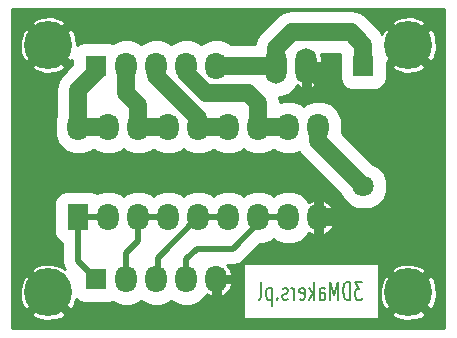
<source format=gbl>
G04 (created by PCBNEW-RS274X (2011-07-08 BZR 3044)-stable) date 2012-09-13 22:13:04*
G01*
G70*
G90*
%MOIN*%
G04 Gerber Fmt 3.4, Leading zero omitted, Abs format*
%FSLAX34Y34*%
G04 APERTURE LIST*
%ADD10C,0.006000*%
%ADD11C,0.007900*%
%ADD12C,0.160000*%
%ADD13O,0.070900X0.118700*%
%ADD14R,0.070900X0.070900*%
%ADD15O,0.070900X0.090000*%
%ADD16C,0.070900*%
%ADD17R,0.070000X0.070000*%
%ADD18R,0.070900X0.090000*%
%ADD19C,0.059100*%
%ADD20C,0.019700*%
%ADD21C,0.010000*%
G04 APERTURE END LIST*
G54D10*
G54D11*
X26216Y-33898D02*
X25972Y-33898D01*
X26103Y-34123D01*
X26047Y-34123D01*
X26009Y-34151D01*
X25991Y-34179D01*
X25972Y-34235D01*
X25972Y-34376D01*
X25991Y-34432D01*
X26009Y-34461D01*
X26047Y-34489D01*
X26159Y-34489D01*
X26197Y-34461D01*
X26216Y-34432D01*
X25803Y-34489D02*
X25803Y-33898D01*
X25709Y-33898D01*
X25653Y-33926D01*
X25616Y-33982D01*
X25597Y-34038D01*
X25578Y-34151D01*
X25578Y-34235D01*
X25597Y-34348D01*
X25616Y-34404D01*
X25653Y-34461D01*
X25709Y-34489D01*
X25803Y-34489D01*
X25409Y-34489D02*
X25409Y-33898D01*
X25278Y-34320D01*
X25147Y-33898D01*
X25147Y-34489D01*
X24790Y-34489D02*
X24790Y-34179D01*
X24809Y-34123D01*
X24847Y-34095D01*
X24922Y-34095D01*
X24959Y-34123D01*
X24790Y-34461D02*
X24828Y-34489D01*
X24922Y-34489D01*
X24959Y-34461D01*
X24978Y-34404D01*
X24978Y-34348D01*
X24959Y-34292D01*
X24922Y-34264D01*
X24828Y-34264D01*
X24790Y-34235D01*
X24603Y-34489D02*
X24603Y-33898D01*
X24566Y-34264D02*
X24453Y-34489D01*
X24453Y-34095D02*
X24603Y-34320D01*
X24134Y-34461D02*
X24172Y-34489D01*
X24247Y-34489D01*
X24284Y-34461D01*
X24303Y-34404D01*
X24303Y-34179D01*
X24284Y-34123D01*
X24247Y-34095D01*
X24172Y-34095D01*
X24134Y-34123D01*
X24115Y-34179D01*
X24115Y-34235D01*
X24303Y-34292D01*
X23946Y-34489D02*
X23946Y-34095D01*
X23946Y-34207D02*
X23927Y-34151D01*
X23909Y-34123D01*
X23871Y-34095D01*
X23834Y-34095D01*
X23721Y-34461D02*
X23683Y-34489D01*
X23608Y-34489D01*
X23571Y-34461D01*
X23552Y-34404D01*
X23552Y-34376D01*
X23571Y-34320D01*
X23608Y-34292D01*
X23665Y-34292D01*
X23702Y-34264D01*
X23721Y-34207D01*
X23721Y-34179D01*
X23702Y-34123D01*
X23665Y-34095D01*
X23608Y-34095D01*
X23571Y-34123D01*
X23383Y-34432D02*
X23364Y-34461D01*
X23383Y-34489D01*
X23402Y-34461D01*
X23383Y-34432D01*
X23383Y-34489D01*
X23195Y-34095D02*
X23195Y-34686D01*
X23195Y-34123D02*
X23158Y-34095D01*
X23083Y-34095D01*
X23045Y-34123D01*
X23026Y-34151D01*
X23008Y-34207D01*
X23008Y-34376D01*
X23026Y-34432D01*
X23045Y-34461D01*
X23083Y-34489D01*
X23158Y-34489D01*
X23195Y-34461D01*
X22783Y-34489D02*
X22820Y-34461D01*
X22839Y-34404D01*
X22839Y-33898D01*
G54D12*
X15750Y-26000D03*
X27750Y-26000D03*
X27750Y-34250D03*
X15750Y-34250D03*
G54D13*
X23350Y-26700D03*
X24350Y-26700D03*
G54D14*
X17350Y-33800D03*
G54D15*
X18350Y-33800D03*
X19350Y-33800D03*
X20350Y-33800D03*
X21350Y-33800D03*
G54D14*
X17350Y-26700D03*
G54D15*
X18350Y-26700D03*
X19350Y-26700D03*
X20350Y-26700D03*
X21350Y-26700D03*
G54D16*
X26250Y-30700D03*
G54D17*
X26250Y-26700D03*
G54D18*
X16750Y-31750D03*
G54D15*
X17750Y-31750D03*
X18750Y-31750D03*
X19750Y-31750D03*
X20750Y-31750D03*
X21750Y-31750D03*
X22750Y-31750D03*
X23750Y-31750D03*
X24750Y-31750D03*
X24750Y-28750D03*
X23750Y-28750D03*
X22750Y-28750D03*
X21750Y-28750D03*
X20750Y-28750D03*
X19750Y-28750D03*
X18750Y-28750D03*
X17750Y-28750D03*
X16750Y-28750D03*
G54D19*
X27400Y-29700D02*
X24400Y-26700D01*
X27400Y-31600D02*
X27400Y-29700D01*
X27250Y-31750D02*
X27400Y-31600D01*
X24750Y-31750D02*
X27250Y-31750D01*
X24400Y-26700D02*
X24350Y-26700D01*
X24750Y-29200D02*
X26250Y-30700D01*
X24750Y-28750D02*
X24750Y-29200D01*
G54D20*
X22750Y-31750D02*
X22750Y-31950D01*
X20350Y-33150D02*
X20350Y-33800D01*
X20700Y-32800D02*
X20350Y-33150D01*
X21900Y-32800D02*
X20700Y-32800D01*
X22750Y-31950D02*
X21900Y-32800D01*
X22750Y-31750D02*
X23750Y-31750D01*
X16750Y-31750D02*
X16750Y-33200D01*
X16750Y-33200D02*
X17350Y-33800D01*
X16750Y-31750D02*
X17750Y-31750D01*
X19400Y-33750D02*
X19350Y-33800D01*
X19400Y-33100D02*
X19400Y-33750D01*
X20750Y-31750D02*
X21750Y-31750D01*
X20750Y-31750D02*
X19400Y-33100D01*
X18750Y-32550D02*
X18350Y-32950D01*
X18750Y-31750D02*
X19750Y-31750D01*
X18750Y-31750D02*
X18750Y-32550D01*
X18350Y-32950D02*
X18350Y-33800D01*
G54D19*
X20350Y-26700D02*
X20350Y-26950D01*
X22750Y-27950D02*
X22750Y-28750D01*
X22400Y-27600D02*
X22750Y-27950D01*
X21000Y-27600D02*
X22400Y-27600D01*
X20350Y-26950D02*
X21000Y-27600D01*
X23750Y-28750D02*
X22750Y-28750D01*
X20750Y-28750D02*
X21750Y-28750D01*
X20750Y-28750D02*
X20750Y-28450D01*
X19350Y-27050D02*
X19350Y-26700D01*
X20750Y-28450D02*
X19350Y-27050D01*
X18750Y-28000D02*
X18350Y-27600D01*
X18750Y-28750D02*
X19750Y-28750D01*
X18750Y-28750D02*
X18750Y-28000D01*
X18350Y-27600D02*
X18350Y-26700D01*
X17350Y-26900D02*
X17350Y-26700D01*
X16750Y-27500D02*
X17350Y-26900D01*
X16750Y-28750D02*
X17750Y-28750D01*
X16750Y-28750D02*
X16750Y-27500D01*
X25840Y-25580D02*
X26250Y-25990D01*
X23860Y-25580D02*
X25840Y-25580D01*
X23350Y-26090D02*
X23860Y-25580D01*
X21350Y-26700D02*
X23350Y-26700D01*
X23350Y-26700D02*
X23350Y-26090D01*
X26250Y-25990D02*
X26250Y-26700D01*
G54D10*
G36*
X28950Y-35450D02*
X28710Y-35450D01*
X28710Y-34370D01*
X28710Y-26120D01*
X28683Y-25744D01*
X28591Y-25521D01*
X28475Y-25426D01*
X28324Y-25577D01*
X28324Y-25275D01*
X28229Y-25159D01*
X27870Y-25040D01*
X27494Y-25067D01*
X27271Y-25159D01*
X27176Y-25275D01*
X27750Y-25849D01*
X28324Y-25275D01*
X28324Y-25577D01*
X27901Y-26000D01*
X28475Y-26574D01*
X28591Y-26479D01*
X28710Y-26120D01*
X28710Y-34370D01*
X28683Y-33994D01*
X28591Y-33771D01*
X28475Y-33676D01*
X28324Y-33827D01*
X28324Y-33525D01*
X28324Y-26725D01*
X27750Y-26151D01*
X27599Y-26302D01*
X27599Y-26000D01*
X27025Y-25426D01*
X26909Y-25521D01*
X26875Y-25621D01*
X26773Y-25467D01*
X26770Y-25465D01*
X26363Y-25057D01*
X26123Y-24897D01*
X25840Y-24840D01*
X25835Y-24841D01*
X23860Y-24841D01*
X23577Y-24897D01*
X23337Y-25057D01*
X23335Y-25059D01*
X22827Y-25567D01*
X22667Y-25807D01*
X22635Y-25961D01*
X21831Y-25961D01*
X21794Y-25924D01*
X21506Y-25804D01*
X21195Y-25804D01*
X20907Y-25923D01*
X20850Y-25980D01*
X20794Y-25924D01*
X20506Y-25804D01*
X20195Y-25804D01*
X19907Y-25923D01*
X19850Y-25980D01*
X19794Y-25924D01*
X19506Y-25804D01*
X19195Y-25804D01*
X18907Y-25923D01*
X18850Y-25980D01*
X18794Y-25924D01*
X18506Y-25804D01*
X18195Y-25804D01*
X17907Y-25923D01*
X17887Y-25942D01*
X17792Y-25903D01*
X17616Y-25903D01*
X16908Y-25903D01*
X16745Y-25970D01*
X16702Y-26013D01*
X16683Y-25744D01*
X16591Y-25521D01*
X16475Y-25426D01*
X16324Y-25577D01*
X16324Y-25275D01*
X16229Y-25159D01*
X15870Y-25040D01*
X15494Y-25067D01*
X15271Y-25159D01*
X15176Y-25275D01*
X15750Y-25849D01*
X16324Y-25275D01*
X16324Y-25577D01*
X15901Y-26000D01*
X16475Y-26574D01*
X16553Y-26510D01*
X16553Y-26651D01*
X16324Y-26880D01*
X16324Y-26725D01*
X15750Y-26151D01*
X15599Y-26302D01*
X15599Y-26000D01*
X15025Y-25426D01*
X14909Y-25521D01*
X14790Y-25880D01*
X14817Y-26256D01*
X14909Y-26479D01*
X15025Y-26574D01*
X15599Y-26000D01*
X15599Y-26302D01*
X15176Y-26725D01*
X15271Y-26841D01*
X15630Y-26960D01*
X16006Y-26933D01*
X16229Y-26841D01*
X16324Y-26725D01*
X16324Y-26880D01*
X16227Y-26977D01*
X16067Y-27217D01*
X16010Y-27500D01*
X16011Y-27504D01*
X16011Y-28375D01*
X15967Y-28481D01*
X15967Y-28792D01*
X15967Y-29018D01*
X16086Y-29306D01*
X16306Y-29526D01*
X16594Y-29646D01*
X16905Y-29646D01*
X17193Y-29527D01*
X17231Y-29489D01*
X17269Y-29489D01*
X17306Y-29526D01*
X17594Y-29646D01*
X17905Y-29646D01*
X18193Y-29527D01*
X18250Y-29470D01*
X18306Y-29526D01*
X18594Y-29646D01*
X18905Y-29646D01*
X19193Y-29527D01*
X19231Y-29489D01*
X19269Y-29489D01*
X19306Y-29526D01*
X19594Y-29646D01*
X19905Y-29646D01*
X20193Y-29527D01*
X20250Y-29470D01*
X20306Y-29526D01*
X20594Y-29646D01*
X20905Y-29646D01*
X21193Y-29527D01*
X21231Y-29489D01*
X21269Y-29489D01*
X21306Y-29526D01*
X21594Y-29646D01*
X21905Y-29646D01*
X22193Y-29527D01*
X22250Y-29470D01*
X22306Y-29526D01*
X22594Y-29646D01*
X22905Y-29646D01*
X23193Y-29527D01*
X23231Y-29489D01*
X23269Y-29489D01*
X23306Y-29526D01*
X23594Y-29646D01*
X23905Y-29646D01*
X24117Y-29558D01*
X24227Y-29723D01*
X25514Y-31009D01*
X25573Y-31151D01*
X25797Y-31376D01*
X26091Y-31498D01*
X26408Y-31498D01*
X26701Y-31377D01*
X26926Y-31153D01*
X27048Y-30859D01*
X27048Y-30542D01*
X26927Y-30249D01*
X26703Y-30024D01*
X26559Y-29964D01*
X25533Y-28937D01*
X25533Y-28708D01*
X25533Y-28482D01*
X25414Y-28194D01*
X25194Y-27974D01*
X24906Y-27854D01*
X24872Y-27854D01*
X24872Y-26951D01*
X24872Y-26807D01*
X24457Y-26807D01*
X24457Y-27406D01*
X24535Y-27426D01*
X24711Y-27317D01*
X24828Y-27150D01*
X24872Y-26951D01*
X24872Y-27854D01*
X24595Y-27854D01*
X24307Y-27973D01*
X24250Y-28030D01*
X24194Y-27974D01*
X23906Y-27854D01*
X23595Y-27854D01*
X23479Y-27901D01*
X23477Y-27893D01*
X23447Y-27742D01*
X23505Y-27742D01*
X23793Y-27623D01*
X24013Y-27403D01*
X24036Y-27346D01*
X24165Y-27426D01*
X24243Y-27406D01*
X24243Y-26857D01*
X24243Y-26807D01*
X24243Y-26593D01*
X24457Y-26593D01*
X24507Y-26593D01*
X24872Y-26593D01*
X24872Y-26449D01*
X24843Y-26319D01*
X25457Y-26319D01*
X25457Y-26438D01*
X25457Y-27138D01*
X25524Y-27301D01*
X25649Y-27425D01*
X25812Y-27493D01*
X25988Y-27493D01*
X26688Y-27493D01*
X26851Y-27426D01*
X26975Y-27301D01*
X27043Y-27138D01*
X27043Y-26962D01*
X27043Y-26556D01*
X27599Y-26000D01*
X27599Y-26302D01*
X27176Y-26725D01*
X27271Y-26841D01*
X27630Y-26960D01*
X28006Y-26933D01*
X28229Y-26841D01*
X28324Y-26725D01*
X28324Y-33525D01*
X28229Y-33409D01*
X27870Y-33290D01*
X27494Y-33317D01*
X27271Y-33409D01*
X27176Y-33525D01*
X27750Y-34099D01*
X28324Y-33525D01*
X28324Y-33827D01*
X27901Y-34250D01*
X28475Y-34824D01*
X28591Y-34729D01*
X28710Y-34370D01*
X28710Y-35450D01*
X28324Y-35450D01*
X28324Y-34975D01*
X27750Y-34401D01*
X27599Y-34552D01*
X27599Y-34250D01*
X27025Y-33676D01*
X26909Y-33771D01*
X26790Y-34130D01*
X26817Y-34506D01*
X26909Y-34729D01*
X27025Y-34824D01*
X27599Y-34250D01*
X27599Y-34552D01*
X27176Y-34975D01*
X27271Y-35091D01*
X27630Y-35210D01*
X28006Y-35183D01*
X28229Y-35091D01*
X28324Y-34975D01*
X28324Y-35450D01*
X26756Y-35450D01*
X26756Y-35147D01*
X26756Y-33275D01*
X25265Y-33275D01*
X25265Y-31939D01*
X25265Y-31561D01*
X25190Y-31371D01*
X25048Y-31224D01*
X24935Y-31167D01*
X24857Y-31187D01*
X24857Y-31643D01*
X25231Y-31643D01*
X25265Y-31561D01*
X25265Y-31939D01*
X25231Y-31857D01*
X24857Y-31857D01*
X24857Y-32313D01*
X24935Y-32333D01*
X25048Y-32276D01*
X25190Y-32129D01*
X25265Y-31939D01*
X25265Y-33275D01*
X24643Y-33275D01*
X24643Y-32313D01*
X24643Y-31907D01*
X24643Y-31857D01*
X24643Y-31643D01*
X24643Y-31593D01*
X24643Y-31187D01*
X24565Y-31167D01*
X24452Y-31224D01*
X24434Y-31242D01*
X24414Y-31194D01*
X24194Y-30974D01*
X23906Y-30854D01*
X23595Y-30854D01*
X23307Y-30973D01*
X23250Y-31030D01*
X23194Y-30974D01*
X22906Y-30854D01*
X22595Y-30854D01*
X22307Y-30973D01*
X22250Y-31030D01*
X22194Y-30974D01*
X21906Y-30854D01*
X21595Y-30854D01*
X21307Y-30973D01*
X21250Y-31030D01*
X21194Y-30974D01*
X20906Y-30854D01*
X20595Y-30854D01*
X20307Y-30973D01*
X20250Y-31030D01*
X20194Y-30974D01*
X19906Y-30854D01*
X19595Y-30854D01*
X19307Y-30973D01*
X19250Y-31030D01*
X19194Y-30974D01*
X18906Y-30854D01*
X18595Y-30854D01*
X18307Y-30973D01*
X18250Y-31030D01*
X18194Y-30974D01*
X17906Y-30854D01*
X17595Y-30854D01*
X17375Y-30944D01*
X17355Y-30925D01*
X17192Y-30857D01*
X17016Y-30857D01*
X16308Y-30857D01*
X16145Y-30924D01*
X16021Y-31049D01*
X15953Y-31212D01*
X15953Y-31388D01*
X15953Y-32288D01*
X16020Y-32451D01*
X16145Y-32575D01*
X16208Y-32601D01*
X16208Y-33200D01*
X16249Y-33408D01*
X16297Y-33479D01*
X16291Y-33485D01*
X16229Y-33409D01*
X15870Y-33290D01*
X15494Y-33317D01*
X15271Y-33409D01*
X15176Y-33525D01*
X15750Y-34099D01*
X15750Y-34098D01*
X15901Y-34249D01*
X15901Y-34250D01*
X16475Y-34824D01*
X16591Y-34729D01*
X16678Y-34463D01*
X16745Y-34529D01*
X16908Y-34597D01*
X17084Y-34597D01*
X17792Y-34597D01*
X17887Y-34557D01*
X17906Y-34576D01*
X18194Y-34696D01*
X18505Y-34696D01*
X18793Y-34577D01*
X18850Y-34520D01*
X18906Y-34576D01*
X19194Y-34696D01*
X19505Y-34696D01*
X19793Y-34577D01*
X19850Y-34520D01*
X19906Y-34576D01*
X20194Y-34696D01*
X20505Y-34696D01*
X20793Y-34577D01*
X21013Y-34357D01*
X21033Y-34307D01*
X21052Y-34326D01*
X21165Y-34383D01*
X21243Y-34363D01*
X21243Y-33957D01*
X21243Y-33907D01*
X21243Y-33693D01*
X21457Y-33693D01*
X21507Y-33693D01*
X21831Y-33693D01*
X21865Y-33611D01*
X21790Y-33421D01*
X21713Y-33342D01*
X21900Y-33342D01*
X22107Y-33301D01*
X22108Y-33301D01*
X22283Y-33183D01*
X22820Y-32646D01*
X22905Y-32646D01*
X23193Y-32527D01*
X23250Y-32470D01*
X23306Y-32526D01*
X23594Y-32646D01*
X23905Y-32646D01*
X24193Y-32527D01*
X24413Y-32307D01*
X24433Y-32257D01*
X24452Y-32276D01*
X24565Y-32333D01*
X24643Y-32313D01*
X24643Y-33275D01*
X22245Y-33275D01*
X22245Y-35147D01*
X26756Y-35147D01*
X26756Y-35450D01*
X21865Y-35450D01*
X21865Y-33989D01*
X21831Y-33907D01*
X21457Y-33907D01*
X21457Y-34363D01*
X21535Y-34383D01*
X21648Y-34326D01*
X21790Y-34179D01*
X21865Y-33989D01*
X21865Y-35450D01*
X16324Y-35450D01*
X16324Y-34975D01*
X15750Y-34401D01*
X15599Y-34552D01*
X15599Y-34250D01*
X15025Y-33676D01*
X14909Y-33771D01*
X14790Y-34130D01*
X14817Y-34506D01*
X14909Y-34729D01*
X15025Y-34824D01*
X15599Y-34250D01*
X15599Y-34552D01*
X15176Y-34975D01*
X15271Y-35091D01*
X15630Y-35210D01*
X16006Y-35183D01*
X16229Y-35091D01*
X16324Y-34975D01*
X16324Y-35450D01*
X14550Y-35450D01*
X14550Y-24800D01*
X28950Y-24800D01*
X28950Y-35450D01*
X28950Y-35450D01*
G37*
G54D21*
X28950Y-35450D02*
X28710Y-35450D01*
X28710Y-34370D01*
X28710Y-26120D01*
X28683Y-25744D01*
X28591Y-25521D01*
X28475Y-25426D01*
X28324Y-25577D01*
X28324Y-25275D01*
X28229Y-25159D01*
X27870Y-25040D01*
X27494Y-25067D01*
X27271Y-25159D01*
X27176Y-25275D01*
X27750Y-25849D01*
X28324Y-25275D01*
X28324Y-25577D01*
X27901Y-26000D01*
X28475Y-26574D01*
X28591Y-26479D01*
X28710Y-26120D01*
X28710Y-34370D01*
X28683Y-33994D01*
X28591Y-33771D01*
X28475Y-33676D01*
X28324Y-33827D01*
X28324Y-33525D01*
X28324Y-26725D01*
X27750Y-26151D01*
X27599Y-26302D01*
X27599Y-26000D01*
X27025Y-25426D01*
X26909Y-25521D01*
X26875Y-25621D01*
X26773Y-25467D01*
X26770Y-25465D01*
X26363Y-25057D01*
X26123Y-24897D01*
X25840Y-24840D01*
X25835Y-24841D01*
X23860Y-24841D01*
X23577Y-24897D01*
X23337Y-25057D01*
X23335Y-25059D01*
X22827Y-25567D01*
X22667Y-25807D01*
X22635Y-25961D01*
X21831Y-25961D01*
X21794Y-25924D01*
X21506Y-25804D01*
X21195Y-25804D01*
X20907Y-25923D01*
X20850Y-25980D01*
X20794Y-25924D01*
X20506Y-25804D01*
X20195Y-25804D01*
X19907Y-25923D01*
X19850Y-25980D01*
X19794Y-25924D01*
X19506Y-25804D01*
X19195Y-25804D01*
X18907Y-25923D01*
X18850Y-25980D01*
X18794Y-25924D01*
X18506Y-25804D01*
X18195Y-25804D01*
X17907Y-25923D01*
X17887Y-25942D01*
X17792Y-25903D01*
X17616Y-25903D01*
X16908Y-25903D01*
X16745Y-25970D01*
X16702Y-26013D01*
X16683Y-25744D01*
X16591Y-25521D01*
X16475Y-25426D01*
X16324Y-25577D01*
X16324Y-25275D01*
X16229Y-25159D01*
X15870Y-25040D01*
X15494Y-25067D01*
X15271Y-25159D01*
X15176Y-25275D01*
X15750Y-25849D01*
X16324Y-25275D01*
X16324Y-25577D01*
X15901Y-26000D01*
X16475Y-26574D01*
X16553Y-26510D01*
X16553Y-26651D01*
X16324Y-26880D01*
X16324Y-26725D01*
X15750Y-26151D01*
X15599Y-26302D01*
X15599Y-26000D01*
X15025Y-25426D01*
X14909Y-25521D01*
X14790Y-25880D01*
X14817Y-26256D01*
X14909Y-26479D01*
X15025Y-26574D01*
X15599Y-26000D01*
X15599Y-26302D01*
X15176Y-26725D01*
X15271Y-26841D01*
X15630Y-26960D01*
X16006Y-26933D01*
X16229Y-26841D01*
X16324Y-26725D01*
X16324Y-26880D01*
X16227Y-26977D01*
X16067Y-27217D01*
X16010Y-27500D01*
X16011Y-27504D01*
X16011Y-28375D01*
X15967Y-28481D01*
X15967Y-28792D01*
X15967Y-29018D01*
X16086Y-29306D01*
X16306Y-29526D01*
X16594Y-29646D01*
X16905Y-29646D01*
X17193Y-29527D01*
X17231Y-29489D01*
X17269Y-29489D01*
X17306Y-29526D01*
X17594Y-29646D01*
X17905Y-29646D01*
X18193Y-29527D01*
X18250Y-29470D01*
X18306Y-29526D01*
X18594Y-29646D01*
X18905Y-29646D01*
X19193Y-29527D01*
X19231Y-29489D01*
X19269Y-29489D01*
X19306Y-29526D01*
X19594Y-29646D01*
X19905Y-29646D01*
X20193Y-29527D01*
X20250Y-29470D01*
X20306Y-29526D01*
X20594Y-29646D01*
X20905Y-29646D01*
X21193Y-29527D01*
X21231Y-29489D01*
X21269Y-29489D01*
X21306Y-29526D01*
X21594Y-29646D01*
X21905Y-29646D01*
X22193Y-29527D01*
X22250Y-29470D01*
X22306Y-29526D01*
X22594Y-29646D01*
X22905Y-29646D01*
X23193Y-29527D01*
X23231Y-29489D01*
X23269Y-29489D01*
X23306Y-29526D01*
X23594Y-29646D01*
X23905Y-29646D01*
X24117Y-29558D01*
X24227Y-29723D01*
X25514Y-31009D01*
X25573Y-31151D01*
X25797Y-31376D01*
X26091Y-31498D01*
X26408Y-31498D01*
X26701Y-31377D01*
X26926Y-31153D01*
X27048Y-30859D01*
X27048Y-30542D01*
X26927Y-30249D01*
X26703Y-30024D01*
X26559Y-29964D01*
X25533Y-28937D01*
X25533Y-28708D01*
X25533Y-28482D01*
X25414Y-28194D01*
X25194Y-27974D01*
X24906Y-27854D01*
X24872Y-27854D01*
X24872Y-26951D01*
X24872Y-26807D01*
X24457Y-26807D01*
X24457Y-27406D01*
X24535Y-27426D01*
X24711Y-27317D01*
X24828Y-27150D01*
X24872Y-26951D01*
X24872Y-27854D01*
X24595Y-27854D01*
X24307Y-27973D01*
X24250Y-28030D01*
X24194Y-27974D01*
X23906Y-27854D01*
X23595Y-27854D01*
X23479Y-27901D01*
X23477Y-27893D01*
X23447Y-27742D01*
X23505Y-27742D01*
X23793Y-27623D01*
X24013Y-27403D01*
X24036Y-27346D01*
X24165Y-27426D01*
X24243Y-27406D01*
X24243Y-26857D01*
X24243Y-26807D01*
X24243Y-26593D01*
X24457Y-26593D01*
X24507Y-26593D01*
X24872Y-26593D01*
X24872Y-26449D01*
X24843Y-26319D01*
X25457Y-26319D01*
X25457Y-26438D01*
X25457Y-27138D01*
X25524Y-27301D01*
X25649Y-27425D01*
X25812Y-27493D01*
X25988Y-27493D01*
X26688Y-27493D01*
X26851Y-27426D01*
X26975Y-27301D01*
X27043Y-27138D01*
X27043Y-26962D01*
X27043Y-26556D01*
X27599Y-26000D01*
X27599Y-26302D01*
X27176Y-26725D01*
X27271Y-26841D01*
X27630Y-26960D01*
X28006Y-26933D01*
X28229Y-26841D01*
X28324Y-26725D01*
X28324Y-33525D01*
X28229Y-33409D01*
X27870Y-33290D01*
X27494Y-33317D01*
X27271Y-33409D01*
X27176Y-33525D01*
X27750Y-34099D01*
X28324Y-33525D01*
X28324Y-33827D01*
X27901Y-34250D01*
X28475Y-34824D01*
X28591Y-34729D01*
X28710Y-34370D01*
X28710Y-35450D01*
X28324Y-35450D01*
X28324Y-34975D01*
X27750Y-34401D01*
X27599Y-34552D01*
X27599Y-34250D01*
X27025Y-33676D01*
X26909Y-33771D01*
X26790Y-34130D01*
X26817Y-34506D01*
X26909Y-34729D01*
X27025Y-34824D01*
X27599Y-34250D01*
X27599Y-34552D01*
X27176Y-34975D01*
X27271Y-35091D01*
X27630Y-35210D01*
X28006Y-35183D01*
X28229Y-35091D01*
X28324Y-34975D01*
X28324Y-35450D01*
X26756Y-35450D01*
X26756Y-35147D01*
X26756Y-33275D01*
X25265Y-33275D01*
X25265Y-31939D01*
X25265Y-31561D01*
X25190Y-31371D01*
X25048Y-31224D01*
X24935Y-31167D01*
X24857Y-31187D01*
X24857Y-31643D01*
X25231Y-31643D01*
X25265Y-31561D01*
X25265Y-31939D01*
X25231Y-31857D01*
X24857Y-31857D01*
X24857Y-32313D01*
X24935Y-32333D01*
X25048Y-32276D01*
X25190Y-32129D01*
X25265Y-31939D01*
X25265Y-33275D01*
X24643Y-33275D01*
X24643Y-32313D01*
X24643Y-31907D01*
X24643Y-31857D01*
X24643Y-31643D01*
X24643Y-31593D01*
X24643Y-31187D01*
X24565Y-31167D01*
X24452Y-31224D01*
X24434Y-31242D01*
X24414Y-31194D01*
X24194Y-30974D01*
X23906Y-30854D01*
X23595Y-30854D01*
X23307Y-30973D01*
X23250Y-31030D01*
X23194Y-30974D01*
X22906Y-30854D01*
X22595Y-30854D01*
X22307Y-30973D01*
X22250Y-31030D01*
X22194Y-30974D01*
X21906Y-30854D01*
X21595Y-30854D01*
X21307Y-30973D01*
X21250Y-31030D01*
X21194Y-30974D01*
X20906Y-30854D01*
X20595Y-30854D01*
X20307Y-30973D01*
X20250Y-31030D01*
X20194Y-30974D01*
X19906Y-30854D01*
X19595Y-30854D01*
X19307Y-30973D01*
X19250Y-31030D01*
X19194Y-30974D01*
X18906Y-30854D01*
X18595Y-30854D01*
X18307Y-30973D01*
X18250Y-31030D01*
X18194Y-30974D01*
X17906Y-30854D01*
X17595Y-30854D01*
X17375Y-30944D01*
X17355Y-30925D01*
X17192Y-30857D01*
X17016Y-30857D01*
X16308Y-30857D01*
X16145Y-30924D01*
X16021Y-31049D01*
X15953Y-31212D01*
X15953Y-31388D01*
X15953Y-32288D01*
X16020Y-32451D01*
X16145Y-32575D01*
X16208Y-32601D01*
X16208Y-33200D01*
X16249Y-33408D01*
X16297Y-33479D01*
X16291Y-33485D01*
X16229Y-33409D01*
X15870Y-33290D01*
X15494Y-33317D01*
X15271Y-33409D01*
X15176Y-33525D01*
X15750Y-34099D01*
X15750Y-34098D01*
X15901Y-34249D01*
X15901Y-34250D01*
X16475Y-34824D01*
X16591Y-34729D01*
X16678Y-34463D01*
X16745Y-34529D01*
X16908Y-34597D01*
X17084Y-34597D01*
X17792Y-34597D01*
X17887Y-34557D01*
X17906Y-34576D01*
X18194Y-34696D01*
X18505Y-34696D01*
X18793Y-34577D01*
X18850Y-34520D01*
X18906Y-34576D01*
X19194Y-34696D01*
X19505Y-34696D01*
X19793Y-34577D01*
X19850Y-34520D01*
X19906Y-34576D01*
X20194Y-34696D01*
X20505Y-34696D01*
X20793Y-34577D01*
X21013Y-34357D01*
X21033Y-34307D01*
X21052Y-34326D01*
X21165Y-34383D01*
X21243Y-34363D01*
X21243Y-33957D01*
X21243Y-33907D01*
X21243Y-33693D01*
X21457Y-33693D01*
X21507Y-33693D01*
X21831Y-33693D01*
X21865Y-33611D01*
X21790Y-33421D01*
X21713Y-33342D01*
X21900Y-33342D01*
X22107Y-33301D01*
X22108Y-33301D01*
X22283Y-33183D01*
X22820Y-32646D01*
X22905Y-32646D01*
X23193Y-32527D01*
X23250Y-32470D01*
X23306Y-32526D01*
X23594Y-32646D01*
X23905Y-32646D01*
X24193Y-32527D01*
X24413Y-32307D01*
X24433Y-32257D01*
X24452Y-32276D01*
X24565Y-32333D01*
X24643Y-32313D01*
X24643Y-33275D01*
X22245Y-33275D01*
X22245Y-35147D01*
X26756Y-35147D01*
X26756Y-35450D01*
X21865Y-35450D01*
X21865Y-33989D01*
X21831Y-33907D01*
X21457Y-33907D01*
X21457Y-34363D01*
X21535Y-34383D01*
X21648Y-34326D01*
X21790Y-34179D01*
X21865Y-33989D01*
X21865Y-35450D01*
X16324Y-35450D01*
X16324Y-34975D01*
X15750Y-34401D01*
X15599Y-34552D01*
X15599Y-34250D01*
X15025Y-33676D01*
X14909Y-33771D01*
X14790Y-34130D01*
X14817Y-34506D01*
X14909Y-34729D01*
X15025Y-34824D01*
X15599Y-34250D01*
X15599Y-34552D01*
X15176Y-34975D01*
X15271Y-35091D01*
X15630Y-35210D01*
X16006Y-35183D01*
X16229Y-35091D01*
X16324Y-34975D01*
X16324Y-35450D01*
X14550Y-35450D01*
X14550Y-24800D01*
X28950Y-24800D01*
X28950Y-35450D01*
M02*

</source>
